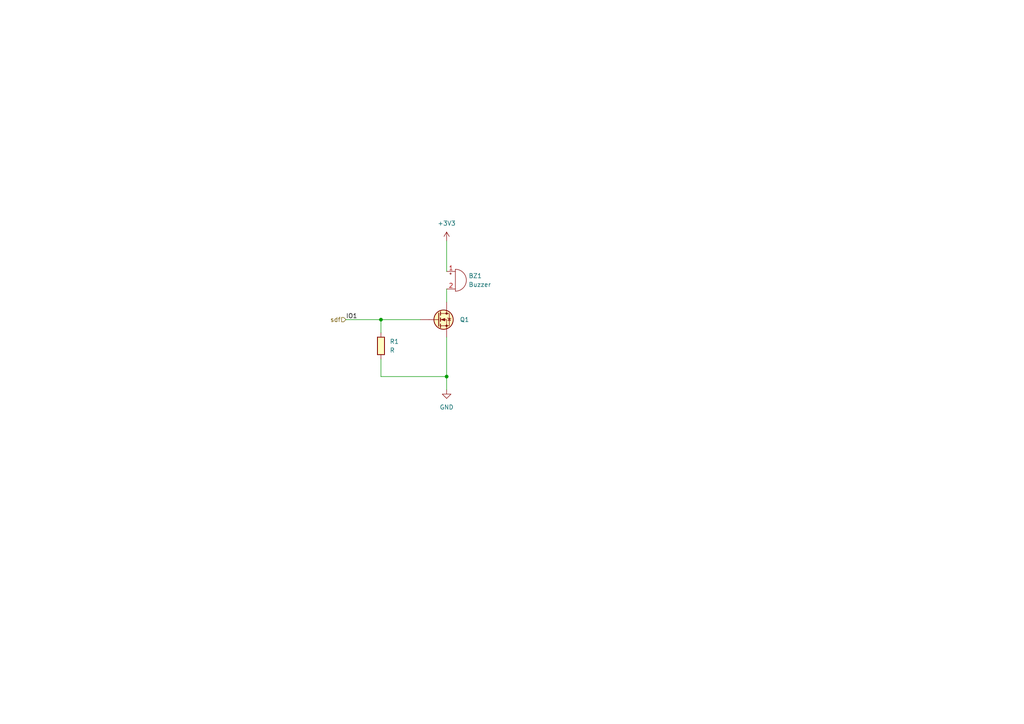
<source format=kicad_sch>
(kicad_sch (version 20230121) (generator eeschema)
  (paper "A4")
  (lib_symbols
    (symbol "Device:Buzzer" (pin_names (offset 0.0254) hide)
      (property "Reference" "BZ" (at 3.81 1.27 0))
      (property "Value" "Buzzer" (at 3.81 -1.27 0))
      (symbol "Buzzer_0_1"
        (arc (start 0 -3.175) (mid 3.1612 0) (end 0 3.175))
        (polyline (pts (xy -1.651 1.905) (xy -1.143 1.905)))
        (polyline (pts (xy -1.397 2.159) (xy -1.397 1.651)))
        (polyline (pts (xy 0 3.175) (xy 0 -3.175)))
      )
      (symbol "Buzzer_1_1"
        (pin passive line (at -2.54 2.54 0) (length 2.54) (name "-") (number "1"))
        (pin passive line (at -2.54 -2.54 0) (length 2.54) (name "+") (number "2"))
      )
    )
    (symbol "IVS_SYMBOLS:N_Mosfet" (pin_numbers hide) (pin_names hide)
      (property "Reference" "Q" (at 2.794 1.2192 0))
      (symbol "N_Mosfet_0_1"
        (circle (center -0.889 0) (radius 2.794) (stroke (width 0.254)) (fill (type background)))
        (circle (center 0 -1.778) (radius 0.254) (fill (type outline)))
        (polyline (pts (xy -2.286 0) (xy -5.08 0)))
        (polyline (pts (xy -2.286 1.905) (xy -2.286 -1.905)) (stroke (width 0.254)))
        (polyline (pts (xy -1.778 -1.27) (xy -1.778 -2.286)) (stroke (width 0.254)))
        (polyline (pts (xy -1.778 0.508) (xy -1.778 -0.508)) (stroke (width 0.254)))
        (polyline (pts (xy -1.778 2.286) (xy -1.778 1.27)) (stroke (width 0.254)))
        (polyline (pts (xy 0 2.54) (xy 0 1.778)))
        (polyline (pts (xy 0 -2.54) (xy 0 0) (xy -1.778 0)))
        (polyline (pts (xy -1.778 -1.778) (xy 0.762 -1.778) (xy 0.762 1.778) (xy -1.778 1.778)))
        (polyline (pts (xy -1.524 0) (xy -0.508 0.381) (xy -0.508 -0.381) (xy -1.524 0)) (fill (type outline)))
        (polyline (pts (xy 0.254 0.508) (xy 0.381 0.381) (xy 1.143 0.381) (xy 1.27 0.254)))
        (polyline (pts (xy 0.762 0.381) (xy 0.381 -0.254) (xy 1.143 -0.254) (xy 0.762 0.381)))
        (circle (center 0 1.778) (radius 0.254) (fill (type outline)))
      )
      (symbol "N_Mosfet_1_1"
        (pin input line (at -7.62 0 0) (length 2.54) (name "G") (number "1"))
        (pin passive line (at 0 -5.08 90) (length 2.54) (name "S") (number "2"))
        (pin passive line (at 0 5.08 270) (length 2.54) (name "D") (number "3"))
      )
    )
    (symbol "IVS_SYMBOLS:R" (pin_numbers hide) (pin_names (offset 0))
      (property "Reference" "R" (at 2.032 0 90))
      (property "Value" "R" (at 0 0 90))
      (symbol "R_1_1"
        (rectangle (start -1.016 2.54) (end 1.016 -2.54) (stroke (width 0.254)) (fill (type background)))
        (pin passive line (at 0 3.81 270) (length 1.27) (name "~") (number "1"))
        (pin passive line (at 0 -3.81 90) (length 1.27) (name "~") (number "2"))
      )
    )
    (symbol "power:+3V3" (power) (pin_names (offset 0))
      (property "Value" "+3V3" (at 0 3.556 0))
      (symbol "+3V3_0_1"
        (polyline (pts (xy -0.762 1.27) (xy 0 2.54)))
        (polyline (pts (xy 0 0) (xy 0 2.54)))
        (polyline (pts (xy 0 2.54) (xy 0.762 1.27)))
      )
      (symbol "+3V3_1_1"
        (pin power_in line (at 0 0 90) (length 0) hide (name "+3V3") (number "1"))
      )
    )
    (symbol "power:GND" (power) (pin_names (offset 0))
      (property "Value" "GND" (at 0 -3.81 0))
      (symbol "GND_0_1"
        (polyline (pts (xy 0 0) (xy 0 -1.27) (xy 1.27 -1.27) (xy 0 -2.54) (xy -1.27 -1.27) (xy 0 -1.27)))
      )
      (symbol "GND_1_1"
        (pin power_in line (at 0 0 270) (length 0) hide (name "GND") (number "1"))
      )
    )
  )
  (junction (at 129.54 109.22))
  (junction (at 110.49 92.71))
  (wire (pts (xy 100.33 92.71) (xy 110.49 92.71)))
  (wire (pts (xy 129.54 83.82) (xy 129.54 87.63)))
  (wire (pts (xy 110.49 92.71) (xy 110.49 96.52)))
  (wire (pts (xy 129.54 97.79) (xy 129.54 109.22)))
  (wire (pts (xy 110.49 92.71) (xy 121.92 92.71)))
  (wire (pts (xy 129.54 69.85) (xy 129.54 78.74)))
  (wire (pts (xy 110.49 109.22) (xy 110.49 104.14)))
  (wire (pts (xy 129.54 109.22) (xy 110.49 109.22)))
  (wire (pts (xy 129.54 113.03) (xy 129.54 109.22)))
  (label "IO1" (at 100.33 92.71 0))
  (hierarchical_label "sdf" (shape input) (at 100.33 92.71 180))
  (symbol (lib_id "power:+3V3") (at 129.54 69.85 0) (unit 1)
    (property "Reference" "#PWR014" (effects hide))
    (property "Value" "+3V3" (at 129.54 64.77 0))
  )
  (symbol (lib_id "Device:Buzzer") (at 132.08 81.28 0) (unit 1)
    (property "Reference" "BZ1" (at 135.89 80.01 0) (effects (justify left)))
    (property "Value" "Buzzer" (at 135.89 82.55 0) (effects (justify left)))
  )
  (symbol (lib_id "IVS_SYMBOLS:N_Mosfet") (at 129.54 92.71 0) (unit 1)
    (property "Reference" "Q1" (at 133.35 92.71 0) (effects (justify left)))
    (property "Value" "N_Mosfet" (effects hide))
    (property "Footprint" "IVS_FOOTPRINTS:SOT23-3" (effects hide))
    (property "Datasheet" "https://www.onsemi.com/pub/Collateral/BSS138-D.PDF" (effects hide))
  )
  (symbol (lib_id "IVS_SYMBOLS:R") (at 110.49 100.33 0) (unit 1)
    (property "Reference" "R1" (at 113.03 99.06 0) (effects (justify left)))
    (property "Value" "R" (at 113.03 101.6 0) (effects (justify left)))
    (instances (project "nodeVote" (path "" (reference "R1") (unit 1)) (path "" (reference "R4") (unit 1))))
  )
  (symbol (lib_id "power:GND") (at 129.54 113.03 0) (unit 1)
    (property "Reference" "#PWR04" (effects hide))
    (property "Value" "GND" (at 129.54 118.11 0))
  )
)
</source>
